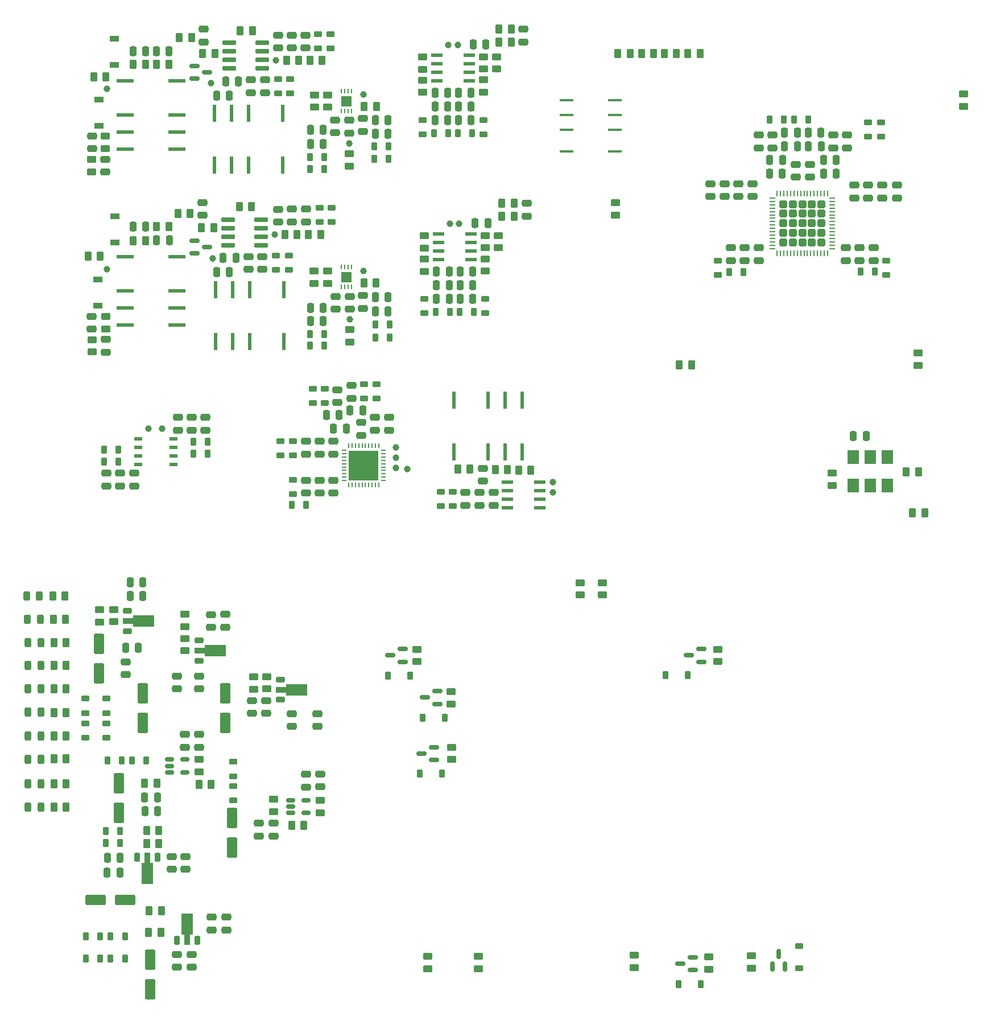
<source format=gtp>
%TF.GenerationSoftware,KiCad,Pcbnew,9.0.0*%
%TF.CreationDate,2025-12-16T12:57:00+01:00*%
%TF.ProjectId,DigitalOsciloscope,44696769-7461-46c4-9f73-63696c6f7363,rev?*%
%TF.SameCoordinates,Original*%
%TF.FileFunction,Paste,Top*%
%TF.FilePolarity,Positive*%
%FSLAX46Y46*%
G04 Gerber Fmt 4.6, Leading zero omitted, Abs format (unit mm)*
G04 Created by KiCad (PCBNEW 9.0.0) date 2025-12-16 12:57:00*
%MOMM*%
%LPD*%
G01*
G04 APERTURE LIST*
G04 Aperture macros list*
%AMRoundRect*
0 Rectangle with rounded corners*
0 $1 Rounding radius*
0 $2 $3 $4 $5 $6 $7 $8 $9 X,Y pos of 4 corners*
0 Add a 4 corners polygon primitive as box body*
4,1,4,$2,$3,$4,$5,$6,$7,$8,$9,$2,$3,0*
0 Add four circle primitives for the rounded corners*
1,1,$1+$1,$2,$3*
1,1,$1+$1,$4,$5*
1,1,$1+$1,$6,$7*
1,1,$1+$1,$8,$9*
0 Add four rect primitives between the rounded corners*
20,1,$1+$1,$2,$3,$4,$5,0*
20,1,$1+$1,$4,$5,$6,$7,0*
20,1,$1+$1,$6,$7,$8,$9,0*
20,1,$1+$1,$8,$9,$2,$3,0*%
%AMFreePoly0*
4,1,9,3.862500,-0.866500,0.737500,-0.866500,0.737500,-0.450000,-0.737500,-0.450000,-0.737500,0.450000,0.737500,0.450000,0.737500,0.866500,3.862500,0.866500,3.862500,-0.866500,3.862500,-0.866500,$1*%
G04 Aperture macros list end*
%ADD10C,0.000000*%
%ADD11RoundRect,0.250000X-0.475000X0.250000X-0.475000X-0.250000X0.475000X-0.250000X0.475000X0.250000X0*%
%ADD12RoundRect,0.250000X-0.450000X0.262500X-0.450000X-0.262500X0.450000X-0.262500X0.450000X0.262500X0*%
%ADD13RoundRect,0.250000X0.475000X-0.250000X0.475000X0.250000X-0.475000X0.250000X-0.475000X-0.250000X0*%
%ADD14RoundRect,0.250000X0.262500X0.450000X-0.262500X0.450000X-0.262500X-0.450000X0.262500X-0.450000X0*%
%ADD15RoundRect,0.250000X0.250000X0.475000X-0.250000X0.475000X-0.250000X-0.475000X0.250000X-0.475000X0*%
%ADD16RoundRect,0.250000X-0.550000X1.250000X-0.550000X-1.250000X0.550000X-1.250000X0.550000X1.250000X0*%
%ADD17RoundRect,0.218750X0.218750X0.381250X-0.218750X0.381250X-0.218750X-0.381250X0.218750X-0.381250X0*%
%ADD18RoundRect,0.250000X-0.250000X-0.475000X0.250000X-0.475000X0.250000X0.475000X-0.250000X0.475000X0*%
%ADD19R,1.676400X0.508000*%
%ADD20RoundRect,0.218750X-0.218750X-0.381250X0.218750X-0.381250X0.218750X0.381250X-0.218750X0.381250X0*%
%ADD21RoundRect,0.218750X-0.381250X0.218750X-0.381250X-0.218750X0.381250X-0.218750X0.381250X0.218750X0*%
%ADD22R,2.616200X0.508000*%
%ADD23RoundRect,0.250000X-0.262500X-0.450000X0.262500X-0.450000X0.262500X0.450000X-0.262500X0.450000X0*%
%ADD24RoundRect,0.150000X0.587500X0.150000X-0.587500X0.150000X-0.587500X-0.150000X0.587500X-0.150000X0*%
%ADD25RoundRect,0.250000X0.450000X-0.262500X0.450000X0.262500X-0.450000X0.262500X-0.450000X-0.262500X0*%
%ADD26C,1.000000*%
%ADD27RoundRect,0.225000X-0.425000X-0.225000X0.425000X-0.225000X0.425000X0.225000X-0.425000X0.225000X0*%
%ADD28FreePoly0,0.000000*%
%ADD29RoundRect,0.218750X0.381250X-0.218750X0.381250X0.218750X-0.381250X0.218750X-0.381250X-0.218750X0*%
%ADD30RoundRect,0.225000X-0.225000X-0.375000X0.225000X-0.375000X0.225000X0.375000X-0.225000X0.375000X0*%
%ADD31RoundRect,0.243750X0.243750X0.456250X-0.243750X0.456250X-0.243750X-0.456250X0.243750X-0.456250X0*%
%ADD32R,1.400000X0.900000*%
%ADD33RoundRect,0.075000X-0.910000X-0.225000X0.910000X-0.225000X0.910000X0.225000X-0.910000X0.225000X0*%
%ADD34R,1.800000X2.000000*%
%ADD35R,2.133600X0.457200*%
%ADD36RoundRect,0.150000X-0.512500X-0.150000X0.512500X-0.150000X0.512500X0.150000X-0.512500X0.150000X0*%
%ADD37RoundRect,0.225000X0.225000X0.375000X-0.225000X0.375000X-0.225000X-0.375000X0.225000X-0.375000X0*%
%ADD38R,0.508000X2.616200*%
%ADD39RoundRect,0.250000X-0.325000X0.325000X-0.325000X-0.325000X0.325000X-0.325000X0.325000X0.325000X0*%
%ADD40RoundRect,0.062500X-0.062500X0.375000X-0.062500X-0.375000X0.062500X-0.375000X0.062500X0.375000X0*%
%ADD41RoundRect,0.062500X-0.375000X0.062500X-0.375000X-0.062500X0.375000X-0.062500X0.375000X0.062500X0*%
%ADD42RoundRect,0.150000X-0.587500X-0.150000X0.587500X-0.150000X0.587500X0.150000X-0.587500X0.150000X0*%
%ADD43RoundRect,0.150000X0.150000X-0.587500X0.150000X0.587500X-0.150000X0.587500X-0.150000X-0.587500X0*%
%ADD44R,1.257300X0.508000*%
%ADD45R,0.711200X0.254000*%
%ADD46R,0.254000X0.711200*%
%ADD47R,4.495800X4.495800*%
%ADD48RoundRect,0.225000X0.375000X-0.225000X0.375000X0.225000X-0.375000X0.225000X-0.375000X-0.225000X0*%
%ADD49RoundRect,0.250000X0.550000X-1.250000X0.550000X1.250000X-0.550000X1.250000X-0.550000X-1.250000X0*%
%ADD50RoundRect,0.225000X-0.225000X0.425000X-0.225000X-0.425000X0.225000X-0.425000X0.225000X0.425000X0*%
%ADD51FreePoly0,270.000000*%
%ADD52R,0.274600X0.703200*%
%ADD53R,1.600000X1.600000*%
%ADD54RoundRect,0.225000X0.225000X-0.425000X0.225000X0.425000X-0.225000X0.425000X-0.225000X-0.425000X0*%
%ADD55FreePoly0,90.000000*%
%ADD56RoundRect,0.250000X1.250000X0.550000X-1.250000X0.550000X-1.250000X-0.550000X1.250000X-0.550000X0*%
G04 APERTURE END LIST*
D10*
%TO.C,U19*%
G36*
X180863200Y-120288200D02*
G01*
X179564600Y-120288200D01*
X179564600Y-118989600D01*
X180863200Y-118989600D01*
X180863200Y-120288200D01*
G37*
G36*
X180863200Y-121786800D02*
G01*
X179564600Y-121786800D01*
X179564600Y-120488200D01*
X180863200Y-120488200D01*
X180863200Y-121786800D01*
G37*
G36*
X180863200Y-123285400D02*
G01*
X179564600Y-123285400D01*
X179564600Y-121986800D01*
X180863200Y-121986800D01*
X180863200Y-123285400D01*
G37*
G36*
X182361800Y-120288200D02*
G01*
X181063200Y-120288200D01*
X181063200Y-118989600D01*
X182361800Y-118989600D01*
X182361800Y-120288200D01*
G37*
G36*
X182361800Y-121786800D02*
G01*
X181063200Y-121786800D01*
X181063200Y-120488200D01*
X182361800Y-120488200D01*
X182361800Y-121786800D01*
G37*
G36*
X182361800Y-123285400D02*
G01*
X181063200Y-123285400D01*
X181063200Y-121986800D01*
X182361800Y-121986800D01*
X182361800Y-123285400D01*
G37*
G36*
X183860400Y-120288200D02*
G01*
X182561800Y-120288200D01*
X182561800Y-118989600D01*
X183860400Y-118989600D01*
X183860400Y-120288200D01*
G37*
G36*
X183860400Y-121786800D02*
G01*
X182561800Y-121786800D01*
X182561800Y-120488200D01*
X183860400Y-120488200D01*
X183860400Y-121786800D01*
G37*
G36*
X183860400Y-123285400D02*
G01*
X182561800Y-123285400D01*
X182561800Y-121986800D01*
X183860400Y-121986800D01*
X183860400Y-123285400D01*
G37*
%TD*%
D11*
%TO.C,C112*%
X153900000Y-152500000D03*
X153900000Y-154400000D03*
%TD*%
D12*
%TO.C,R44*%
X190500000Y-60397500D03*
X190500000Y-62222500D03*
%TD*%
D13*
%TO.C,C84*%
X233300000Y-81150000D03*
X233300000Y-79250000D03*
%TD*%
D14*
%TO.C,R18*%
X156087500Y-57500000D03*
X154262500Y-57500000D03*
%TD*%
D11*
%TO.C,C151*%
X253650000Y-72000000D03*
X253650000Y-73900000D03*
%TD*%
D15*
%TO.C,C146*%
X178050000Y-113600000D03*
X176150000Y-113600000D03*
%TD*%
D16*
%TO.C,C126*%
X149900000Y-194700000D03*
X149900000Y-199100000D03*
%TD*%
D17*
%TO.C,L24*%
X185535349Y-100187500D03*
X183410349Y-100187500D03*
%TD*%
D13*
%TO.C,C89*%
X239600000Y-81150000D03*
X239600000Y-79250000D03*
%TD*%
D18*
%TO.C,C1*%
X147350000Y-85600000D03*
X149250000Y-85600000D03*
%TD*%
D19*
%TO.C,U1*%
X203097000Y-123611200D03*
X203097000Y-124881200D03*
X203097000Y-126151200D03*
X203097000Y-127421200D03*
X207923000Y-127421200D03*
X207923000Y-126151200D03*
X207923000Y-124881200D03*
X207923000Y-123611200D03*
%TD*%
D20*
%TO.C,L34*%
X242137500Y-69700000D03*
X244262500Y-69700000D03*
%TD*%
D11*
%TO.C,C71*%
X205500000Y-56250000D03*
X205500000Y-58150000D03*
%TD*%
D21*
%TO.C,L4*%
X193190000Y-125063700D03*
X193190000Y-127188700D03*
%TD*%
D12*
%TO.C,R30*%
X176330000Y-66037500D03*
X176330000Y-67862500D03*
%TD*%
D13*
%TO.C,C149*%
X177800000Y-111800000D03*
X177800000Y-109900000D03*
%TD*%
D14*
%TO.C,R49*%
X203662500Y-58200000D03*
X201837500Y-58200000D03*
%TD*%
D22*
%TO.C,K2*%
X146191300Y-63940000D03*
X146191300Y-69020000D03*
X146191300Y-71560000D03*
X146191300Y-74100000D03*
X153887500Y-74100000D03*
X153887500Y-71560000D03*
X153887500Y-69020000D03*
X153887500Y-63940000D03*
%TD*%
D23*
%TO.C,R56*%
X226437500Y-59900000D03*
X228262500Y-59900000D03*
%TD*%
D11*
%TO.C,C142*%
X177200000Y-117550000D03*
X177200000Y-119450000D03*
%TD*%
D24*
%TO.C,Q5*%
X192187500Y-164950000D03*
X192187500Y-163050000D03*
X190312500Y-164000000D03*
%TD*%
D13*
%TO.C,C96*%
X253480000Y-90650000D03*
X253480000Y-88750000D03*
%TD*%
%TO.C,C94*%
X246000000Y-78250000D03*
X246000000Y-76350000D03*
%TD*%
D20*
%TO.C,L54*%
X144037500Y-194500000D03*
X146162500Y-194500000D03*
%TD*%
D11*
%TO.C,C107*%
X165100000Y-156100000D03*
X165100000Y-158000000D03*
%TD*%
D25*
%TO.C,R52*%
X201750000Y-88762500D03*
X201750000Y-86937500D03*
%TD*%
D12*
%TO.C,R42*%
X190760000Y-90437500D03*
X190760000Y-92262500D03*
%TD*%
D13*
%TO.C,C37*%
X164937500Y-65700000D03*
X164937500Y-63800000D03*
%TD*%
D26*
%TO.C,TP22*%
X195904400Y-85202700D03*
%TD*%
D23*
%TO.C,R94*%
X135575000Y-157900000D03*
X137400000Y-157900000D03*
%TD*%
D27*
%TO.C,U15*%
X146500000Y-142800000D03*
D28*
X146587500Y-144300000D03*
D27*
X146500000Y-145800000D03*
%TD*%
D29*
%TO.C,L7*%
X168670000Y-92077500D03*
X168670000Y-89952500D03*
%TD*%
D23*
%TO.C,R95*%
X135575000Y-150900000D03*
X137400000Y-150900000D03*
%TD*%
D15*
%TO.C,C25*%
X162692700Y-90295600D03*
X160792700Y-90295600D03*
%TD*%
D30*
%TO.C,D3*%
X226600000Y-152300000D03*
X229900000Y-152300000D03*
%TD*%
D20*
%TO.C,L36*%
X245737500Y-69700000D03*
X247862500Y-69700000D03*
%TD*%
D31*
%TO.C,D13*%
X133637500Y-157860000D03*
X131762500Y-157860000D03*
%TD*%
D11*
%TO.C,C36*%
X173140000Y-83012500D03*
X173140000Y-84912500D03*
%TD*%
%TO.C,C138*%
X175150000Y-123350000D03*
X175150000Y-125250000D03*
%TD*%
D26*
%TO.C,TP11*%
X149700000Y-115650000D03*
%TD*%
D23*
%TO.C,R5*%
X141525000Y-63350000D03*
X143350000Y-63350000D03*
%TD*%
D25*
%TO.C,R84*%
X167300000Y-154400000D03*
X167300000Y-152575000D03*
%TD*%
D32*
%TO.C,C5*%
X144600000Y-61550000D03*
X144600000Y-57650000D03*
%TD*%
D11*
%TO.C,C108*%
X157200000Y-152500000D03*
X157200000Y-154400000D03*
%TD*%
D15*
%TO.C,C121*%
X148850000Y-138500000D03*
X146950000Y-138500000D03*
%TD*%
D23*
%TO.C,R1*%
X147400000Y-87700000D03*
X149225000Y-87700000D03*
%TD*%
D26*
%TO.C,TP24*%
X186512500Y-120000000D03*
%TD*%
D25*
%TO.C,R61*%
X264240000Y-106242500D03*
X264240000Y-104417500D03*
%TD*%
D13*
%TO.C,C7*%
X141240000Y-100847500D03*
X141240000Y-98947500D03*
%TD*%
D26*
%TO.C,TP25*%
X186512500Y-121500000D03*
%TD*%
D11*
%TO.C,C51*%
X177522849Y-95987500D03*
X177522849Y-97887500D03*
%TD*%
D15*
%TO.C,C106*%
X145400000Y-181700000D03*
X143500000Y-181700000D03*
%TD*%
D33*
%TO.C,U3*%
X161525000Y-84595000D03*
X161525000Y-85865000D03*
X161525000Y-87135000D03*
X161525000Y-88405000D03*
X166465000Y-88405000D03*
X166465000Y-87135000D03*
X166465000Y-85865000D03*
X166465000Y-84595000D03*
%TD*%
D16*
%TO.C,C103*%
X161100000Y-155000000D03*
X161100000Y-159400000D03*
%TD*%
D31*
%TO.C,D18*%
X133450000Y-140550000D03*
X131575000Y-140550000D03*
%TD*%
D12*
%TO.C,R28*%
X174350000Y-66037500D03*
X174350000Y-67862500D03*
%TD*%
D34*
%TO.C,Y1*%
X254610000Y-124100000D03*
X257150000Y-124100000D03*
X259690000Y-124100000D03*
X259690000Y-119900000D03*
X257150000Y-119900000D03*
X254610000Y-119900000D03*
%TD*%
D11*
%TO.C,C30*%
X171040000Y-83012500D03*
X171040000Y-84912500D03*
%TD*%
D25*
%TO.C,R75*%
X189600000Y-150312500D03*
X189600000Y-148487500D03*
%TD*%
D11*
%TO.C,C145*%
X175150000Y-117550000D03*
X175150000Y-119450000D03*
%TD*%
D23*
%TO.C,R82*%
X149387500Y-177400000D03*
X151212500Y-177400000D03*
%TD*%
D29*
%TO.C,L37*%
X234460000Y-92835000D03*
X234460000Y-90710000D03*
%TD*%
D26*
%TO.C,TP20*%
X195750000Y-58560000D03*
%TD*%
D35*
%TO.C,K7*%
X219094100Y-74400005D03*
X219094100Y-71200113D03*
X219094100Y-69000112D03*
X219094100Y-66800114D03*
X211905900Y-66800114D03*
X211905900Y-69000112D03*
X211905900Y-71200113D03*
X211905900Y-74400005D03*
%TD*%
D15*
%TO.C,C46*%
X185330000Y-69750000D03*
X183430000Y-69750000D03*
%TD*%
D23*
%TO.C,R3*%
X150887500Y-85600000D03*
X152712500Y-85600000D03*
%TD*%
D25*
%TO.C,R105*%
X157200000Y-166712500D03*
X157200000Y-164887500D03*
%TD*%
D20*
%TO.C,L23*%
X173727500Y-101575600D03*
X175852500Y-101575600D03*
%TD*%
D13*
%TO.C,C85*%
X256800000Y-81350000D03*
X256800000Y-79450000D03*
%TD*%
D29*
%TO.C,L16*%
X176737500Y-59112500D03*
X176737500Y-56987500D03*
%TD*%
D15*
%TO.C,C14*%
X161720000Y-92397500D03*
X159820000Y-92397500D03*
%TD*%
D11*
%TO.C,C38*%
X170987500Y-57150000D03*
X170987500Y-59050000D03*
%TD*%
D12*
%TO.C,R29*%
X174340000Y-92213100D03*
X174340000Y-94038100D03*
%TD*%
D11*
%TO.C,C52*%
X181622849Y-95887500D03*
X181622849Y-97787500D03*
%TD*%
D20*
%TO.C,L26*%
X192137500Y-71710000D03*
X194262500Y-71710000D03*
%TD*%
D14*
%TO.C,R51*%
X204105000Y-84070000D03*
X202280000Y-84070000D03*
%TD*%
D25*
%TO.C,R7*%
X201500000Y-62172500D03*
X201500000Y-60347500D03*
%TD*%
D18*
%TO.C,C101*%
X254600000Y-116800000D03*
X256500000Y-116800000D03*
%TD*%
D23*
%TO.C,R2*%
X147387500Y-61500000D03*
X149212500Y-61500000D03*
%TD*%
D25*
%TO.C,R88*%
X144500000Y-144400000D03*
X144500000Y-142575000D03*
%TD*%
D18*
%TO.C,C59*%
X196040000Y-92300000D03*
X197940000Y-92300000D03*
%TD*%
D11*
%TO.C,C139*%
X177200000Y-123350000D03*
X177200000Y-125250000D03*
%TD*%
D14*
%TO.C,R17*%
X206572500Y-121806200D03*
X204747500Y-121806200D03*
%TD*%
D15*
%TO.C,C31*%
X163087500Y-64045000D03*
X161187500Y-64045000D03*
%TD*%
D11*
%TO.C,C16*%
X201020000Y-125156200D03*
X201020000Y-127056200D03*
%TD*%
D31*
%TO.C,D12*%
X133637500Y-161400000D03*
X131762500Y-161400000D03*
%TD*%
D18*
%TO.C,C113*%
X146250000Y-148300000D03*
X148150000Y-148300000D03*
%TD*%
D13*
%TO.C,C144*%
X181300000Y-116650000D03*
X181300000Y-114750000D03*
%TD*%
D23*
%TO.C,R27*%
X173457500Y-86820000D03*
X175282500Y-86820000D03*
%TD*%
D13*
%TO.C,C26*%
X168940000Y-84950000D03*
X168940000Y-83050000D03*
%TD*%
D19*
%TO.C,U8*%
X197713000Y-90505000D03*
X197713000Y-89235000D03*
X197713000Y-87965000D03*
X197713000Y-86695000D03*
X192887000Y-86695000D03*
X192887000Y-87965000D03*
X192887000Y-89235000D03*
X192887000Y-90505000D03*
%TD*%
D24*
%TO.C,Q6*%
X231975000Y-150350000D03*
X231975000Y-148450000D03*
X230100000Y-149400000D03*
%TD*%
D31*
%TO.C,D15*%
X133637500Y-154400000D03*
X131762500Y-154400000D03*
%TD*%
D24*
%TO.C,Q4*%
X192687500Y-156612500D03*
X192687500Y-154712500D03*
X190812500Y-155662500D03*
%TD*%
D17*
%TO.C,L52*%
X145462500Y-175500000D03*
X143337500Y-175500000D03*
%TD*%
D18*
%TO.C,C54*%
X198280000Y-85060000D03*
X200180000Y-85060000D03*
%TD*%
D23*
%TO.C,R98*%
X135500000Y-144000000D03*
X137325000Y-144000000D03*
%TD*%
%TO.C,R25*%
X170237500Y-60850000D03*
X172062500Y-60850000D03*
%TD*%
D18*
%TO.C,C78*%
X247850000Y-71600000D03*
X249750000Y-71600000D03*
%TD*%
D15*
%TO.C,C91*%
X252050000Y-77700000D03*
X250150000Y-77700000D03*
%TD*%
D32*
%TO.C,C11*%
X142140000Y-97397500D03*
X142140000Y-93497500D03*
%TD*%
D26*
%TO.C,TP19*%
X194250000Y-58560000D03*
%TD*%
D12*
%TO.C,R31*%
X176340000Y-92225000D03*
X176340000Y-94050000D03*
%TD*%
D24*
%TO.C,Q2*%
X230687500Y-196200000D03*
X230687500Y-194300000D03*
X228812500Y-195250000D03*
%TD*%
D25*
%TO.C,R62*%
X271000000Y-67712500D03*
X271000000Y-65887500D03*
%TD*%
%TO.C,R87*%
X155100000Y-145100000D03*
X155100000Y-143275000D03*
%TD*%
D16*
%TO.C,C104*%
X148800000Y-155000000D03*
X148800000Y-159400000D03*
%TD*%
D26*
%TO.C,TP23*%
X186512500Y-118500000D03*
%TD*%
D12*
%TO.C,R33*%
X179640000Y-100963100D03*
X179640000Y-102788100D03*
%TD*%
D31*
%TO.C,D14*%
X133637500Y-150900000D03*
X131762500Y-150900000D03*
%TD*%
D23*
%TO.C,R101*%
X135412500Y-140600000D03*
X137237500Y-140600000D03*
%TD*%
D18*
%TO.C,C4*%
X150862500Y-87600000D03*
X152762500Y-87600000D03*
%TD*%
D15*
%TO.C,C48*%
X185322849Y-96087500D03*
X183422849Y-96087500D03*
%TD*%
D11*
%TO.C,C40*%
X173037500Y-57150000D03*
X173037500Y-59050000D03*
%TD*%
D29*
%TO.C,L48*%
X140300000Y-157962500D03*
X140300000Y-155837500D03*
%TD*%
D13*
%TO.C,C18*%
X198940000Y-127076200D03*
X198940000Y-125176200D03*
%TD*%
D23*
%TO.C,R55*%
X223037500Y-59900000D03*
X224862500Y-59900000D03*
%TD*%
D13*
%TO.C,C29*%
X164540000Y-91997500D03*
X164540000Y-90097500D03*
%TD*%
D24*
%TO.C,Q3*%
X187500000Y-150350000D03*
X187500000Y-148450000D03*
X185625000Y-149400000D03*
%TD*%
D12*
%TO.C,R11*%
X141237500Y-75657500D03*
X141237500Y-77482500D03*
%TD*%
D15*
%TO.C,C42*%
X185330000Y-71800000D03*
X183430000Y-71800000D03*
%TD*%
D32*
%TO.C,C3*%
X144700000Y-87950000D03*
X144700000Y-84050000D03*
%TD*%
D21*
%TO.C,L35*%
X256800000Y-70137500D03*
X256800000Y-72262500D03*
%TD*%
D18*
%TO.C,C66*%
X192550000Y-94350000D03*
X194450000Y-94350000D03*
%TD*%
D14*
%TO.C,R21*%
X159550000Y-59900000D03*
X157725000Y-59900000D03*
%TD*%
D12*
%TO.C,R59*%
X219200000Y-82087500D03*
X219200000Y-83912500D03*
%TD*%
D23*
%TO.C,R36*%
X181767500Y-67750000D03*
X183592500Y-67750000D03*
%TD*%
D18*
%TO.C,C125*%
X149150000Y-172600000D03*
X151050000Y-172600000D03*
%TD*%
D13*
%TO.C,C35*%
X166642700Y-91995600D03*
X166642700Y-90095600D03*
%TD*%
D11*
%TO.C,C115*%
X171000000Y-158050000D03*
X171000000Y-159950000D03*
%TD*%
D13*
%TO.C,C135*%
X157200000Y-163050000D03*
X157200000Y-161150000D03*
%TD*%
D31*
%TO.C,D10*%
X133637500Y-168480000D03*
X131762500Y-168480000D03*
%TD*%
D16*
%TO.C,C122*%
X162100000Y-173600000D03*
X162100000Y-178000000D03*
%TD*%
D17*
%TO.C,L19*%
X175852500Y-103325600D03*
X173727500Y-103325600D03*
%TD*%
D18*
%TO.C,C64*%
X192300000Y-67760000D03*
X194200000Y-67760000D03*
%TD*%
D11*
%TO.C,C148*%
X173100000Y-117550000D03*
X173100000Y-119450000D03*
%TD*%
D14*
%TO.C,R22*%
X165002500Y-82650000D03*
X163177500Y-82650000D03*
%TD*%
%TO.C,R103*%
X151525000Y-190600000D03*
X149700000Y-190600000D03*
%TD*%
D36*
%TO.C,U16*%
X152800000Y-164900000D03*
X152800000Y-165850000D03*
X152800000Y-166800000D03*
X155075000Y-166800000D03*
X155075000Y-164900000D03*
%TD*%
D21*
%TO.C,L51*%
X162300000Y-168837500D03*
X162300000Y-170962500D03*
%TD*%
D17*
%TO.C,L39*%
X238202500Y-92370000D03*
X236077500Y-92370000D03*
%TD*%
D11*
%TO.C,C98*%
X255540000Y-88750000D03*
X255540000Y-90650000D03*
%TD*%
D15*
%TO.C,C56*%
X194200000Y-65710000D03*
X192300000Y-65710000D03*
%TD*%
D18*
%TO.C,C68*%
X192300000Y-69810000D03*
X194200000Y-69810000D03*
%TD*%
D15*
%TO.C,C117*%
X148850000Y-140600000D03*
X146950000Y-140600000D03*
%TD*%
D31*
%TO.C,D11*%
X133637500Y-164840000D03*
X131762500Y-164840000D03*
%TD*%
%TO.C,D16*%
X133637500Y-147500000D03*
X131762500Y-147500000D03*
%TD*%
D17*
%TO.C,L10*%
X158462500Y-119400000D03*
X156337500Y-119400000D03*
%TD*%
D37*
%TO.C,D5*%
X231850000Y-198300000D03*
X228550000Y-198300000D03*
%TD*%
D15*
%TO.C,C80*%
X246250000Y-71600000D03*
X244350000Y-71600000D03*
%TD*%
%TO.C,C13*%
X161687500Y-66100000D03*
X159787500Y-66100000D03*
%TD*%
D21*
%TO.C,L32*%
X190760000Y-96340000D03*
X190760000Y-98465000D03*
%TD*%
D26*
%TO.C,TP16*%
X179640000Y-99425600D03*
%TD*%
D20*
%TO.C,L41*%
X140337500Y-191200000D03*
X142462500Y-191200000D03*
%TD*%
D29*
%TO.C,L12*%
X168987500Y-65812500D03*
X168987500Y-63687500D03*
%TD*%
D18*
%TO.C,C44*%
X173780000Y-71250000D03*
X175680000Y-71250000D03*
%TD*%
D11*
%TO.C,C129*%
X153900000Y-193900000D03*
X153900000Y-195800000D03*
%TD*%
D17*
%TO.C,L27*%
X198112500Y-98300000D03*
X195987500Y-98300000D03*
%TD*%
D23*
%TO.C,R26*%
X173675000Y-60850000D03*
X175500000Y-60850000D03*
%TD*%
D29*
%TO.C,L13*%
X176942700Y-84958100D03*
X176942700Y-82833100D03*
%TD*%
D38*
%TO.C,K6*%
X169624800Y-68751900D03*
X164544800Y-68751900D03*
X162004800Y-68751900D03*
X159464800Y-68751900D03*
X159464800Y-76448100D03*
X162004800Y-76448100D03*
X164544800Y-76448100D03*
X169624800Y-76448100D03*
%TD*%
D20*
%TO.C,L9*%
X143087500Y-118800000D03*
X145212500Y-118800000D03*
%TD*%
%TO.C,L53*%
X140337500Y-194500000D03*
X142462500Y-194500000D03*
%TD*%
D11*
%TO.C,C109*%
X146300000Y-150350000D03*
X146300000Y-152250000D03*
%TD*%
D18*
%TO.C,C53*%
X198000000Y-58510000D03*
X199900000Y-58510000D03*
%TD*%
D11*
%TO.C,C28*%
X156100000Y-114000000D03*
X156100000Y-115900000D03*
%TD*%
D23*
%TO.C,R92*%
X135600000Y-164800000D03*
X137425000Y-164800000D03*
%TD*%
D13*
%TO.C,C81*%
X237500000Y-81150000D03*
X237500000Y-79250000D03*
%TD*%
D20*
%TO.C,L46*%
X147237500Y-165000000D03*
X149362500Y-165000000D03*
%TD*%
D13*
%TO.C,C136*%
X175200000Y-168950000D03*
X175200000Y-167050000D03*
%TD*%
D20*
%TO.C,L6*%
X156337500Y-117600000D03*
X158462500Y-117600000D03*
%TD*%
D22*
%TO.C,K1*%
X146193800Y-90097500D03*
X146193800Y-95177500D03*
X146193800Y-97717500D03*
X146193800Y-100257500D03*
X153890000Y-100257500D03*
X153890000Y-97717500D03*
X153890000Y-95177500D03*
X153890000Y-90097500D03*
%TD*%
D23*
%TO.C,R60*%
X228675000Y-106200000D03*
X230500000Y-106200000D03*
%TD*%
D25*
%TO.C,R73*%
X217200000Y-140412500D03*
X217200000Y-138587500D03*
%TD*%
D11*
%TO.C,C152*%
X251600000Y-72000000D03*
X251600000Y-73900000D03*
%TD*%
D12*
%TO.C,R32*%
X179580000Y-74787500D03*
X179580000Y-76612500D03*
%TD*%
D21*
%TO.C,L29*%
X199500000Y-69747500D03*
X199500000Y-71872500D03*
%TD*%
%TO.C,L14*%
X174937500Y-56987500D03*
X174937500Y-59112500D03*
%TD*%
D15*
%TO.C,C87*%
X252050000Y-75700000D03*
X250150000Y-75700000D03*
%TD*%
D12*
%TO.C,R45*%
X199500000Y-60347500D03*
X199500000Y-62172500D03*
%TD*%
%TO.C,R47*%
X199780000Y-86947500D03*
X199780000Y-88772500D03*
%TD*%
D23*
%TO.C,R38*%
X181745000Y-93965600D03*
X183570000Y-93965600D03*
%TD*%
D12*
%TO.C,R77*%
X222000000Y-194000000D03*
X222000000Y-195825000D03*
%TD*%
D26*
%TO.C,TP15*%
X179580000Y-73250000D03*
%TD*%
D18*
%TO.C,C6*%
X150850000Y-59500000D03*
X152750000Y-59500000D03*
%TD*%
D11*
%TO.C,C49*%
X177480000Y-69750000D03*
X177480000Y-71650000D03*
%TD*%
D12*
%TO.C,R41*%
X199500000Y-63797500D03*
X199500000Y-65622500D03*
%TD*%
D11*
%TO.C,C97*%
X238410000Y-88780000D03*
X238410000Y-90680000D03*
%TD*%
D13*
%TO.C,C90*%
X248100000Y-78250000D03*
X248100000Y-76350000D03*
%TD*%
D20*
%TO.C,L50*%
X143300000Y-177300000D03*
X145425000Y-177300000D03*
%TD*%
D17*
%TO.C,L17*%
X175842500Y-77050000D03*
X173717500Y-77050000D03*
%TD*%
D23*
%TO.C,R96*%
X135575000Y-154400000D03*
X137400000Y-154400000D03*
%TD*%
D18*
%TO.C,C55*%
X195800000Y-65710000D03*
X197700000Y-65710000D03*
%TD*%
D37*
%TO.C,D8*%
X193350000Y-167000000D03*
X190050000Y-167000000D03*
%TD*%
D27*
%TO.C,U13*%
X169350000Y-153000000D03*
D28*
X169437500Y-154500000D03*
D27*
X169350000Y-156000000D03*
%TD*%
D20*
%TO.C,L28*%
X192387500Y-98300000D03*
X194512500Y-98300000D03*
%TD*%
D29*
%TO.C,L47*%
X143400000Y-157962500D03*
X143400000Y-155837500D03*
%TD*%
D25*
%TO.C,R80*%
X194800000Y-164900000D03*
X194800000Y-163075000D03*
%TD*%
D13*
%TO.C,C150*%
X179900000Y-111150000D03*
X179900000Y-109250000D03*
%TD*%
D20*
%TO.C,L18*%
X183267500Y-75500000D03*
X185392500Y-75500000D03*
%TD*%
D26*
%TO.C,TP13*%
X168480000Y-86820000D03*
%TD*%
D13*
%TO.C,C39*%
X166987500Y-65700000D03*
X166987500Y-63800000D03*
%TD*%
D23*
%TO.C,R4*%
X150887500Y-61500000D03*
X152712500Y-61500000D03*
%TD*%
D18*
%TO.C,C41*%
X173780000Y-73300000D03*
X175680000Y-73300000D03*
%TD*%
D13*
%TO.C,C140*%
X185450000Y-115900000D03*
X185450000Y-114000000D03*
%TD*%
D25*
%TO.C,R78*%
X194700000Y-156612500D03*
X194700000Y-154787500D03*
%TD*%
D26*
%TO.C,TP8*%
X159000000Y-64300000D03*
%TD*%
D23*
%TO.C,R106*%
X170987500Y-174700000D03*
X172812500Y-174700000D03*
%TD*%
D11*
%TO.C,C154*%
X240500000Y-72000000D03*
X240500000Y-73900000D03*
%TD*%
D13*
%TO.C,C33*%
X168937500Y-59050000D03*
X168937500Y-57150000D03*
%TD*%
D33*
%TO.C,U4*%
X161672500Y-58295000D03*
X161672500Y-59565000D03*
X161672500Y-60835000D03*
X161672500Y-62105000D03*
X166612500Y-62105000D03*
X166612500Y-60835000D03*
X166612500Y-59565000D03*
X166612500Y-58295000D03*
%TD*%
D11*
%TO.C,C127*%
X168300000Y-174350000D03*
X168300000Y-176250000D03*
%TD*%
%TO.C,C21*%
X157900000Y-56250000D03*
X157900000Y-58150000D03*
%TD*%
D13*
%TO.C,C93*%
X254700000Y-81350000D03*
X254700000Y-79450000D03*
%TD*%
D23*
%TO.C,R6*%
X140690200Y-89995600D03*
X142515200Y-89995600D03*
%TD*%
D14*
%TO.C,R83*%
X151212500Y-175400000D03*
X149387500Y-175400000D03*
%TD*%
D37*
%TO.C,D6*%
X188650000Y-152400000D03*
X185350000Y-152400000D03*
%TD*%
D32*
%TO.C,C12*%
X142297500Y-70610000D03*
X142297500Y-66710000D03*
%TD*%
D31*
%TO.C,D17*%
X133550000Y-144000000D03*
X131675000Y-144000000D03*
%TD*%
D13*
%TO.C,C133*%
X173100000Y-169000000D03*
X173100000Y-167100000D03*
%TD*%
D14*
%TO.C,R20*%
X159370000Y-85740000D03*
X157545000Y-85740000D03*
%TD*%
D39*
%TO.C,U9*%
X249860000Y-82270000D03*
X248430000Y-82270000D03*
X247000000Y-82270000D03*
X245570000Y-82270000D03*
X244140000Y-82270000D03*
X249860000Y-83700000D03*
X248430000Y-83700000D03*
X247000000Y-83700000D03*
X245570000Y-83700000D03*
X244140000Y-83700000D03*
X249860000Y-85130000D03*
X248430000Y-85130000D03*
X247000000Y-85130000D03*
X245570000Y-85130000D03*
X244140000Y-85130000D03*
X249860000Y-86560000D03*
X248430000Y-86560000D03*
X247000000Y-86560000D03*
X245570000Y-86560000D03*
X244140000Y-86560000D03*
X249860000Y-87990000D03*
X248430000Y-87990000D03*
X247000000Y-87990000D03*
X245570000Y-87990000D03*
X244140000Y-87990000D03*
D40*
X250750000Y-80692500D03*
X250250000Y-80692500D03*
X249750000Y-80692500D03*
X249250000Y-80692500D03*
X248750000Y-80692500D03*
X248250000Y-80692500D03*
X247750000Y-80692500D03*
X247250000Y-80692500D03*
X246750000Y-80692500D03*
X246250000Y-80692500D03*
X245750000Y-80692500D03*
X245250000Y-80692500D03*
X244750000Y-80692500D03*
X244250000Y-80692500D03*
X243750000Y-80692500D03*
X243250000Y-80692500D03*
D41*
X242562500Y-81380000D03*
X242562500Y-81880000D03*
X242562500Y-82380000D03*
X242562500Y-82880000D03*
X242562500Y-83380000D03*
X242562500Y-83880000D03*
X242562500Y-84380000D03*
X242562500Y-84880000D03*
X242562500Y-85380000D03*
X242562500Y-85880000D03*
X242562500Y-86380000D03*
X242562500Y-86880000D03*
X242562500Y-87380000D03*
X242562500Y-87880000D03*
X242562500Y-88380000D03*
X242562500Y-88880000D03*
D40*
X243250000Y-89567500D03*
X243750000Y-89567500D03*
X244250000Y-89567500D03*
X244750000Y-89567500D03*
X245250000Y-89567500D03*
X245750000Y-89567500D03*
X246250000Y-89567500D03*
X246750000Y-89567500D03*
X247250000Y-89567500D03*
X247750000Y-89567500D03*
X248250000Y-89567500D03*
X248750000Y-89567500D03*
X249250000Y-89567500D03*
X249750000Y-89567500D03*
X250250000Y-89567500D03*
X250750000Y-89567500D03*
D41*
X251437500Y-88880000D03*
X251437500Y-88380000D03*
X251437500Y-87880000D03*
X251437500Y-87380000D03*
X251437500Y-86880000D03*
X251437500Y-86380000D03*
X251437500Y-85880000D03*
X251437500Y-85380000D03*
X251437500Y-84880000D03*
X251437500Y-84380000D03*
X251437500Y-83880000D03*
X251437500Y-83380000D03*
X251437500Y-82880000D03*
X251437500Y-82380000D03*
X251437500Y-81880000D03*
X251437500Y-81380000D03*
%TD*%
D15*
%TO.C,C45*%
X185322849Y-98187500D03*
X183422849Y-98187500D03*
%TD*%
D11*
%TO.C,C131*%
X159100000Y-188350000D03*
X159100000Y-190250000D03*
%TD*%
D20*
%TO.C,L45*%
X144037500Y-191200000D03*
X146162500Y-191200000D03*
%TD*%
D31*
%TO.C,D9*%
X133637500Y-171980000D03*
X131762500Y-171980000D03*
%TD*%
D26*
%TO.C,TP10*%
X209867000Y-125131200D03*
%TD*%
D11*
%TO.C,C153*%
X242550000Y-72000000D03*
X242550000Y-73900000D03*
%TD*%
D29*
%TO.C,L2*%
X194940000Y-127188700D03*
X194940000Y-125063700D03*
%TD*%
D25*
%TO.C,R107*%
X175200000Y-172812500D03*
X175200000Y-170987500D03*
%TD*%
D13*
%TO.C,C24*%
X154050000Y-115900000D03*
X154050000Y-114000000D03*
%TD*%
D17*
%TO.C,L5*%
X145212500Y-120600000D03*
X143087500Y-120600000D03*
%TD*%
D25*
%TO.C,R86*%
X155100000Y-148725000D03*
X155100000Y-146900000D03*
%TD*%
D42*
%TO.C,D1*%
X156550000Y-61700000D03*
X156550000Y-63600000D03*
X158425000Y-62650000D03*
%TD*%
D14*
%TO.C,R102*%
X151612500Y-187400000D03*
X149787500Y-187400000D03*
%TD*%
D13*
%TO.C,C120*%
X159000000Y-145250000D03*
X159000000Y-143350000D03*
%TD*%
%TO.C,C57*%
X199440000Y-123496200D03*
X199440000Y-121596200D03*
%TD*%
D14*
%TO.C,R34*%
X197539500Y-121700000D03*
X195714500Y-121700000D03*
%TD*%
D26*
%TO.C,TP9*%
X209827000Y-123641200D03*
%TD*%
D42*
%TO.C,D2*%
X156532500Y-87730000D03*
X156532500Y-89630000D03*
X158407500Y-88680000D03*
%TD*%
D13*
%TO.C,C27*%
X145450000Y-124200000D03*
X145450000Y-122300000D03*
%TD*%
D23*
%TO.C,R97*%
X135575000Y-147500000D03*
X137400000Y-147500000D03*
%TD*%
D20*
%TO.C,L42*%
X143537500Y-165000000D03*
X145662500Y-165000000D03*
%TD*%
D11*
%TO.C,C141*%
X183400000Y-114000000D03*
X183400000Y-115900000D03*
%TD*%
%TO.C,C10*%
X143247500Y-75600000D03*
X143247500Y-77500000D03*
%TD*%
D13*
%TO.C,C116*%
X161100000Y-145200000D03*
X161100000Y-143300000D03*
%TD*%
D29*
%TO.C,L44*%
X140300000Y-161662500D03*
X140300000Y-159537500D03*
%TD*%
D21*
%TO.C,L8*%
X175140000Y-82837500D03*
X175140000Y-84962500D03*
%TD*%
D23*
%TO.C,R91*%
X135575000Y-168500000D03*
X137400000Y-168500000D03*
%TD*%
D15*
%TO.C,C65*%
X197950000Y-94350000D03*
X196050000Y-94350000D03*
%TD*%
%TO.C,C92*%
X244000000Y-77700000D03*
X242100000Y-77700000D03*
%TD*%
D37*
%TO.C,D7*%
X193800000Y-158700000D03*
X190500000Y-158700000D03*
%TD*%
D11*
%TO.C,C8*%
X143290000Y-102397500D03*
X143290000Y-104297500D03*
%TD*%
D21*
%TO.C,L59*%
X181800000Y-109087500D03*
X181800000Y-111212500D03*
%TD*%
D43*
%TO.C,Q1*%
X242550000Y-195687500D03*
X244450000Y-195687500D03*
X243500000Y-193812500D03*
%TD*%
D11*
%TO.C,C72*%
X205950000Y-82150000D03*
X205950000Y-84050000D03*
%TD*%
%TO.C,C111*%
X167200000Y-156100000D03*
X167200000Y-158000000D03*
%TD*%
%TO.C,C124*%
X166100000Y-174350000D03*
X166100000Y-176250000D03*
%TD*%
D25*
%TO.C,R69*%
X239400000Y-195912500D03*
X239400000Y-194087500D03*
%TD*%
D15*
%TO.C,C110*%
X145450000Y-179500000D03*
X143550000Y-179500000D03*
%TD*%
D26*
%TO.C,TP21*%
X194504400Y-85202700D03*
%TD*%
%TO.C,TP14*%
X168637500Y-60850000D03*
%TD*%
D25*
%TO.C,R74*%
X213900000Y-140412500D03*
X213900000Y-138587500D03*
%TD*%
D11*
%TO.C,C34*%
X158150000Y-114000000D03*
X158150000Y-115900000D03*
%TD*%
D13*
%TO.C,C83*%
X261100000Y-81350000D03*
X261100000Y-79450000D03*
%TD*%
D11*
%TO.C,C100*%
X257590000Y-88750000D03*
X257590000Y-90650000D03*
%TD*%
D15*
%TO.C,C88*%
X244050000Y-75700000D03*
X242150000Y-75700000D03*
%TD*%
D29*
%TO.C,L62*%
X183600000Y-111212500D03*
X183600000Y-109087500D03*
%TD*%
D25*
%TO.C,R12*%
X234437500Y-150312500D03*
X234437500Y-148487500D03*
%TD*%
D26*
%TO.C,TP1*%
X143487500Y-65150000D03*
%TD*%
D44*
%TO.C,U2*%
X148164900Y-117170000D03*
X148164900Y-118440000D03*
X148164900Y-119710000D03*
X148164900Y-120980000D03*
X153410000Y-120980000D03*
X153410000Y-119710000D03*
X153410000Y-118440000D03*
X153410000Y-117170000D03*
%TD*%
D18*
%TO.C,C128*%
X149100000Y-170500000D03*
X151000000Y-170500000D03*
%TD*%
D23*
%TO.C,R23*%
X163325000Y-56450000D03*
X165150000Y-56450000D03*
%TD*%
D45*
%TO.C,U19*%
X178816900Y-118886933D03*
X178816900Y-119387059D03*
X178816900Y-119887185D03*
X178816900Y-120387311D03*
X178816900Y-120887437D03*
X178816900Y-121387563D03*
X178816900Y-121887689D03*
X178816900Y-122387815D03*
X178816900Y-122887941D03*
X178816900Y-123388067D03*
D46*
X179461933Y-124033100D03*
X179962059Y-124033100D03*
X180462185Y-124033100D03*
X180962311Y-124033100D03*
X181462437Y-124033100D03*
X181962563Y-124033100D03*
X182462689Y-124033100D03*
X182962815Y-124033100D03*
X183462941Y-124033100D03*
X183963067Y-124033100D03*
D45*
X184608100Y-123388067D03*
X184608100Y-122887941D03*
X184608100Y-122387815D03*
X184608100Y-121887689D03*
X184608100Y-121387563D03*
X184608100Y-120887437D03*
X184608100Y-120387311D03*
X184608100Y-119887185D03*
X184608100Y-119387059D03*
X184608100Y-118886933D03*
D46*
X183963067Y-118241900D03*
X183462941Y-118241900D03*
X182962815Y-118241900D03*
X182462689Y-118241900D03*
X181962563Y-118241900D03*
X181462437Y-118241900D03*
X180962311Y-118241900D03*
X180462185Y-118241900D03*
X179962059Y-118241900D03*
X179461933Y-118241900D03*
D47*
X181712500Y-121137500D03*
%TD*%
D14*
%TO.C,R19*%
X155887500Y-83625000D03*
X154062500Y-83625000D03*
%TD*%
D20*
%TO.C,L40*%
X255687500Y-92330000D03*
X257812500Y-92330000D03*
%TD*%
D13*
%TO.C,C132*%
X155100000Y-163050000D03*
X155100000Y-161150000D03*
%TD*%
D15*
%TO.C,C82*%
X246250000Y-73700000D03*
X244350000Y-73700000D03*
%TD*%
D17*
%TO.C,L22*%
X185392500Y-73700000D03*
X183267500Y-73700000D03*
%TD*%
D20*
%TO.C,L21*%
X173717500Y-75250000D03*
X175842500Y-75250000D03*
%TD*%
D17*
%TO.C,L55*%
X173162500Y-127050000D03*
X171037500Y-127050000D03*
%TD*%
D23*
%TO.C,R64*%
X262487500Y-122100000D03*
X264312500Y-122100000D03*
%TD*%
D15*
%TO.C,C60*%
X194450000Y-92300000D03*
X192550000Y-92300000D03*
%TD*%
D18*
%TO.C,C47*%
X173790000Y-97675600D03*
X175690000Y-97675600D03*
%TD*%
D21*
%TO.C,L30*%
X190500000Y-69747500D03*
X190500000Y-71872500D03*
%TD*%
D13*
%TO.C,C20*%
X196840000Y-127076200D03*
X196840000Y-125176200D03*
%TD*%
D29*
%TO.C,L43*%
X143400000Y-161662500D03*
X143400000Y-159537500D03*
%TD*%
D21*
%TO.C,L15*%
X170787500Y-63687500D03*
X170787500Y-65812500D03*
%TD*%
D14*
%TO.C,R50*%
X204112500Y-82100000D03*
X202287500Y-82100000D03*
%TD*%
D29*
%TO.C,L61*%
X174150000Y-111862500D03*
X174150000Y-109737500D03*
%TD*%
%TO.C,L38*%
X259480000Y-92792500D03*
X259480000Y-90667500D03*
%TD*%
D48*
%TO.C,D4*%
X246500000Y-195950000D03*
X246500000Y-192650000D03*
%TD*%
D29*
%TO.C,L57*%
X171190000Y-119622500D03*
X171190000Y-117497500D03*
%TD*%
D17*
%TO.C,L25*%
X197862500Y-71710000D03*
X195737500Y-71710000D03*
%TD*%
D12*
%TO.C,R9*%
X141290000Y-102435000D03*
X141290000Y-104260000D03*
%TD*%
D26*
%TO.C,TP18*%
X181640000Y-92225600D03*
%TD*%
D14*
%TO.C,R15*%
X203102500Y-121786200D03*
X201277500Y-121786200D03*
%TD*%
D11*
%TO.C,C23*%
X147550000Y-122300000D03*
X147550000Y-124200000D03*
%TD*%
D49*
%TO.C,C123*%
X145300000Y-172800000D03*
X145300000Y-168400000D03*
%TD*%
D14*
%TO.C,R48*%
X203662500Y-56200000D03*
X201837500Y-56200000D03*
%TD*%
D50*
%TO.C,U12*%
X151000000Y-179450000D03*
D51*
X149500000Y-179537500D03*
D50*
X148000000Y-179450000D03*
%TD*%
D26*
%TO.C,TP7*%
X159210000Y-90357500D03*
%TD*%
D18*
%TO.C,C2*%
X147350000Y-59500000D03*
X149250000Y-59500000D03*
%TD*%
D13*
%TO.C,C77*%
X235400000Y-81150000D03*
X235400000Y-79250000D03*
%TD*%
D23*
%TO.C,R90*%
X135575000Y-172000000D03*
X137400000Y-172000000D03*
%TD*%
D15*
%TO.C,C69*%
X197950000Y-96400000D03*
X196050000Y-96400000D03*
%TD*%
%TO.C,C63*%
X197700000Y-67760000D03*
X195800000Y-67760000D03*
%TD*%
D29*
%TO.C,L56*%
X171200000Y-125412500D03*
X171200000Y-123287500D03*
%TD*%
D25*
%TO.C,R100*%
X168300000Y-172612500D03*
X168300000Y-170787500D03*
%TD*%
D26*
%TO.C,TP26*%
X188200000Y-121700000D03*
%TD*%
D15*
%TO.C,C67*%
X197700000Y-69810000D03*
X195800000Y-69810000D03*
%TD*%
D11*
%TO.C,C137*%
X173100000Y-123350000D03*
X173100000Y-125250000D03*
%TD*%
D49*
%TO.C,C105*%
X142300000Y-152100000D03*
X142300000Y-147700000D03*
%TD*%
D11*
%TO.C,C99*%
X236350000Y-88780000D03*
X236350000Y-90680000D03*
%TD*%
D26*
%TO.C,TP12*%
X151700000Y-115625000D03*
%TD*%
D27*
%TO.C,U14*%
X157200000Y-147200000D03*
D28*
X157287500Y-148700000D03*
D27*
X157200000Y-150200000D03*
%TD*%
D52*
%TO.C,U5*%
X179880001Y-65473399D03*
X179380000Y-65473399D03*
X178880000Y-65473399D03*
X178379999Y-65473399D03*
X178379999Y-68426601D03*
X178880000Y-68426601D03*
X179380000Y-68426601D03*
X179880001Y-68426601D03*
D53*
X179130000Y-66950000D03*
%TD*%
D13*
%TO.C,C61*%
X179580000Y-71700000D03*
X179580000Y-69800000D03*
%TD*%
%TO.C,C58*%
X179612849Y-97887500D03*
X179612849Y-95987500D03*
%TD*%
D12*
%TO.C,R63*%
X251400000Y-122287500D03*
X251400000Y-124112500D03*
%TD*%
D14*
%TO.C,R99*%
X150912500Y-168400000D03*
X149087500Y-168400000D03*
%TD*%
D23*
%TO.C,R57*%
X229937500Y-59900000D03*
X231762500Y-59900000D03*
%TD*%
D15*
%TO.C,C143*%
X179100000Y-115700000D03*
X177200000Y-115700000D03*
%TD*%
D21*
%TO.C,L58*%
X175900000Y-109737500D03*
X175900000Y-111862500D03*
%TD*%
D36*
%TO.C,U17*%
X170862500Y-170950000D03*
X170862500Y-171900000D03*
X170862500Y-172850000D03*
X173137500Y-172850000D03*
X173137500Y-170950000D03*
%TD*%
D21*
%TO.C,L31*%
X199750000Y-96340000D03*
X199750000Y-98465000D03*
%TD*%
D18*
%TO.C,C147*%
X179650000Y-112950000D03*
X181550000Y-112950000D03*
%TD*%
D26*
%TO.C,TP2*%
X143462700Y-91935600D03*
%TD*%
D13*
%TO.C,C9*%
X141247500Y-74050000D03*
X141247500Y-72150000D03*
%TD*%
D20*
%TO.C,L20*%
X183410349Y-102087500D03*
X185535349Y-102087500D03*
%TD*%
D29*
%TO.C,L33*%
X258700000Y-72262500D03*
X258700000Y-70137500D03*
%TD*%
D19*
%TO.C,U20*%
X197426000Y-63910000D03*
X197426000Y-62640000D03*
X197426000Y-61370000D03*
X197426000Y-60100000D03*
X192600000Y-60100000D03*
X192600000Y-61370000D03*
X192600000Y-62640000D03*
X192600000Y-63910000D03*
%TD*%
D23*
%TO.C,R93*%
X135575000Y-161400000D03*
X137400000Y-161400000D03*
%TD*%
D11*
%TO.C,C130*%
X156100000Y-193900000D03*
X156100000Y-195800000D03*
%TD*%
D21*
%TO.C,L60*%
X169350000Y-117487500D03*
X169350000Y-119612500D03*
%TD*%
D11*
%TO.C,C22*%
X157700000Y-82050000D03*
X157700000Y-83950000D03*
%TD*%
D12*
%TO.C,R46*%
X190760000Y-86977500D03*
X190760000Y-88802500D03*
%TD*%
D38*
%TO.C,K4*%
X195100000Y-119096200D03*
X200180000Y-119096200D03*
X202720000Y-119096200D03*
X205260000Y-119096200D03*
X205260000Y-111400000D03*
X202720000Y-111400000D03*
X200180000Y-111400000D03*
X195100000Y-111400000D03*
%TD*%
D23*
%TO.C,R24*%
X169957500Y-86820000D03*
X171782500Y-86820000D03*
%TD*%
D54*
%TO.C,U18*%
X153937500Y-191750000D03*
D55*
X155437500Y-191662500D03*
D54*
X156937500Y-191750000D03*
%TD*%
D21*
%TO.C,L11*%
X170570000Y-89952500D03*
X170570000Y-92077500D03*
%TD*%
D25*
%TO.C,R8*%
X143340000Y-100810000D03*
X143340000Y-98985000D03*
%TD*%
D52*
%TO.C,U6*%
X179872850Y-91660899D03*
X179372849Y-91660899D03*
X178872849Y-91660899D03*
X178372848Y-91660899D03*
X178372848Y-94614101D03*
X178872849Y-94614101D03*
X179372849Y-94614101D03*
X179872850Y-94614101D03*
D53*
X179122849Y-93137500D03*
%TD*%
D12*
%TO.C,R89*%
X142400000Y-142587500D03*
X142400000Y-144412500D03*
%TD*%
D13*
%TO.C,C95*%
X240480000Y-90680000D03*
X240480000Y-88780000D03*
%TD*%
D18*
%TO.C,C70*%
X192550000Y-96400000D03*
X194450000Y-96400000D03*
%TD*%
D26*
%TO.C,TP17*%
X181680000Y-66000000D03*
%TD*%
D13*
%TO.C,C79*%
X258900000Y-81350000D03*
X258900000Y-79450000D03*
%TD*%
D18*
%TO.C,C86*%
X247900000Y-73700000D03*
X249800000Y-73700000D03*
%TD*%
D12*
%TO.C,R67*%
X198800000Y-194187500D03*
X198800000Y-196012500D03*
%TD*%
D13*
%TO.C,C118*%
X153100000Y-181200000D03*
X153100000Y-179300000D03*
%TD*%
D14*
%TO.C,R104*%
X159012500Y-168600000D03*
X157187500Y-168600000D03*
%TD*%
D18*
%TO.C,C43*%
X173790000Y-99675600D03*
X175690000Y-99675600D03*
%TD*%
D11*
%TO.C,C134*%
X161300000Y-188350000D03*
X161300000Y-190250000D03*
%TD*%
D25*
%TO.C,R71*%
X233100000Y-196062500D03*
X233100000Y-194237500D03*
%TD*%
D11*
%TO.C,C50*%
X181630000Y-69550000D03*
X181630000Y-71450000D03*
%TD*%
D21*
%TO.C,L49*%
X162300000Y-165237500D03*
X162300000Y-167362500D03*
%TD*%
D12*
%TO.C,R85*%
X165300000Y-152587500D03*
X165300000Y-154412500D03*
%TD*%
%TO.C,R43*%
X199790000Y-90397500D03*
X199790000Y-92222500D03*
%TD*%
D38*
%TO.C,K5*%
X169780000Y-94987500D03*
X164700000Y-94987500D03*
X162160000Y-94987500D03*
X159620000Y-94987500D03*
X159620000Y-102683700D03*
X162160000Y-102683700D03*
X164700000Y-102683700D03*
X169780000Y-102683700D03*
%TD*%
D12*
%TO.C,R40*%
X190500000Y-63835000D03*
X190500000Y-65660000D03*
%TD*%
D13*
%TO.C,C32*%
X143400000Y-124200000D03*
X143400000Y-122300000D03*
%TD*%
D11*
%TO.C,C119*%
X174800000Y-158050000D03*
X174800000Y-159950000D03*
%TD*%
D56*
%TO.C,C102*%
X146200000Y-185800000D03*
X141800000Y-185800000D03*
%TD*%
D23*
%TO.C,R54*%
X219537500Y-59900000D03*
X221362500Y-59900000D03*
%TD*%
D25*
%TO.C,R10*%
X143247500Y-74012500D03*
X143247500Y-72187500D03*
%TD*%
D14*
%TO.C,R58*%
X265212500Y-128200000D03*
X263387500Y-128200000D03*
%TD*%
D13*
%TO.C,C114*%
X155200000Y-181200000D03*
X155200000Y-179300000D03*
%TD*%
D12*
%TO.C,R68*%
X191200000Y-194187500D03*
X191200000Y-196012500D03*
%TD*%
M02*

</source>
